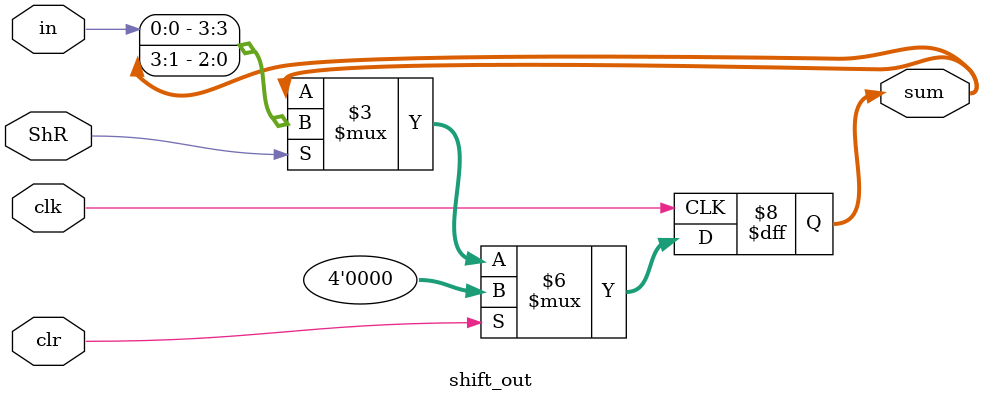
<source format=v>
module shift_out(
	input clk,
	input ShR,
	input clr,
	input in,
	output reg [3:0]sum
);


reg [3:0]sum_reg;


always @(posedge clk)
	begin

		if (clr)
			sum <= 4'b0000;
		
		else if (ShR)
			sum <= {in, sum[3:1]};
			
		else
			sum <= sum;
	
	end
	
	

endmodule


</source>
